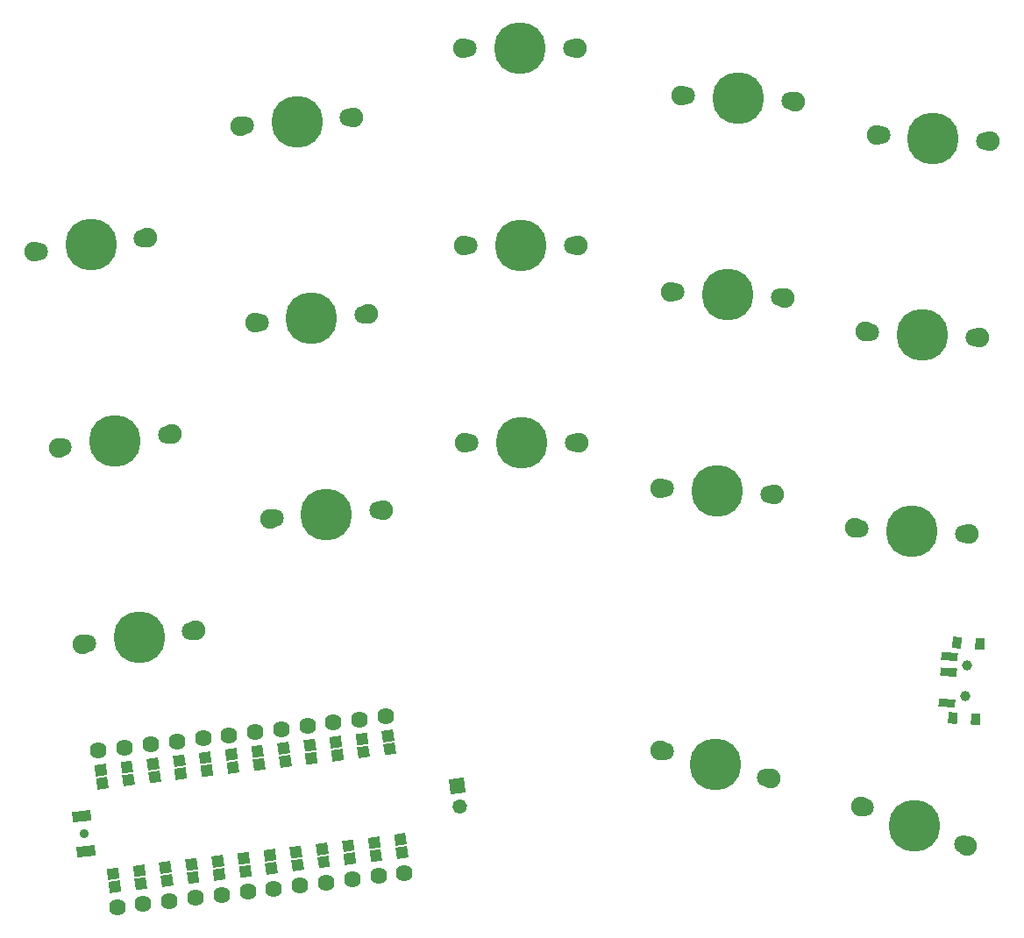
<source format=gts>
G04 #@! TF.GenerationSoftware,KiCad,Pcbnew,5.1.10*
G04 #@! TF.CreationDate,2021-11-21T00:27:54-06:00*
G04 #@! TF.ProjectId,a_quax_quax,615f7175-6178-45f7-9175-61782e6b6963,VERSION_HERE*
G04 #@! TF.SameCoordinates,Original*
G04 #@! TF.FileFunction,Soldermask,Top*
G04 #@! TF.FilePolarity,Negative*
%FSLAX46Y46*%
G04 Gerber Fmt 4.6, Leading zero omitted, Abs format (unit mm)*
G04 Created by KiCad (PCBNEW 5.1.10) date 2021-11-21 00:27:54*
%MOMM*%
%LPD*%
G01*
G04 APERTURE LIST*
%ADD10C,0.100000*%
%ADD11C,1.624000*%
%ADD12C,5.000000*%
%ADD13C,1.900000*%
%ADD14C,1.800000*%
%ADD15C,0.900000*%
%ADD16C,1.000000*%
G04 APERTURE END LIST*
D10*
G04 #@! TO.C,C1*
G36*
X203163654Y-146643479D02*
G01*
X202071392Y-146773723D01*
X201941148Y-145681461D01*
X203033410Y-145551217D01*
X203163654Y-146643479D01*
G37*
G36*
X201818585Y-135363391D02*
G01*
X200726323Y-135493635D01*
X200596079Y-134401373D01*
X201688341Y-134271129D01*
X201818585Y-135363391D01*
G37*
G36*
X190402619Y-146886143D02*
G01*
X189310357Y-147016387D01*
X189180113Y-145924125D01*
X190272375Y-145793881D01*
X190402619Y-146886143D01*
G37*
G36*
X214579620Y-135120726D02*
G01*
X213487358Y-135250970D01*
X213357114Y-134158708D01*
X214449376Y-134028464D01*
X214579620Y-135120726D01*
G37*
G36*
X218296449Y-144839002D02*
G01*
X217204187Y-144969246D01*
X217073943Y-143876984D01*
X218166205Y-143746740D01*
X218296449Y-144839002D01*
G37*
G36*
X205685787Y-146342733D02*
G01*
X204593525Y-146472977D01*
X204463281Y-145380715D01*
X205555543Y-145250471D01*
X205685787Y-146342733D01*
G37*
G36*
X197969017Y-145983905D02*
G01*
X196876755Y-146114149D01*
X196746511Y-145021887D01*
X197838773Y-144891643D01*
X197969017Y-145983905D01*
G37*
G36*
X196774321Y-135964883D02*
G01*
X195682059Y-136095127D01*
X195551815Y-135002865D01*
X196644077Y-134872621D01*
X196774321Y-135964883D01*
G37*
G36*
X209384983Y-134461152D02*
G01*
X208292721Y-134591396D01*
X208162477Y-133499134D01*
X209254739Y-133368890D01*
X209384983Y-134461152D01*
G37*
G36*
X216951380Y-133558914D02*
G01*
X215859118Y-133689158D01*
X215728874Y-132596896D01*
X216821136Y-132466652D01*
X216951380Y-133558914D01*
G37*
G36*
X199446826Y-136925203D02*
G01*
X198354564Y-137055447D01*
X198224320Y-135963185D01*
X199316582Y-135832941D01*
X199446826Y-136925203D01*
G37*
G36*
X215623943Y-143878682D02*
G01*
X214531681Y-144008926D01*
X214401437Y-142916664D01*
X215493699Y-142786420D01*
X215623943Y-143878682D01*
G37*
G36*
X199296453Y-135664137D02*
G01*
X198204191Y-135794381D01*
X198073947Y-134702119D01*
X199166209Y-134571875D01*
X199296453Y-135664137D01*
G37*
G36*
X198119390Y-147244971D02*
G01*
X197027128Y-147375215D01*
X196896884Y-146282953D01*
X197989146Y-146152709D01*
X198119390Y-147244971D01*
G37*
G36*
X195597257Y-147545717D02*
G01*
X194504995Y-147675961D01*
X194374751Y-146583699D01*
X195467013Y-146453455D01*
X195597257Y-147545717D01*
G37*
G36*
X191730056Y-136566375D02*
G01*
X190637794Y-136696619D01*
X190507550Y-135604357D01*
X191599812Y-135474113D01*
X191730056Y-136566375D01*
G37*
G36*
X192924752Y-146585397D02*
G01*
X191832490Y-146715641D01*
X191702246Y-145623379D01*
X192794508Y-145493135D01*
X192924752Y-146585397D01*
G37*
G36*
X194252188Y-136265629D02*
G01*
X193159926Y-136395873D01*
X193029682Y-135303611D01*
X194121944Y-135173367D01*
X194252188Y-136265629D01*
G37*
G36*
X204340718Y-135062645D02*
G01*
X203248456Y-135192889D01*
X203118212Y-134100627D01*
X204210474Y-133970383D01*
X204340718Y-135062645D01*
G37*
G36*
X211907115Y-134160406D02*
G01*
X210814853Y-134290650D01*
X210684609Y-133198388D01*
X211776871Y-133068144D01*
X211907115Y-134160406D01*
G37*
G36*
X205535414Y-145081667D02*
G01*
X204443152Y-145211911D01*
X204312908Y-144119649D01*
X205405170Y-143989405D01*
X205535414Y-145081667D01*
G37*
G36*
X196924694Y-137225949D02*
G01*
X195832432Y-137356193D01*
X195702188Y-136263931D01*
X196794450Y-136133687D01*
X196924694Y-137225949D01*
G37*
G36*
X213252184Y-145440494D02*
G01*
X212159922Y-145570738D01*
X212029678Y-144478476D01*
X213121940Y-144348232D01*
X213252184Y-145440494D01*
G37*
G36*
X217101753Y-134819980D02*
G01*
X216009491Y-134950224D01*
X215879247Y-133857962D01*
X216971509Y-133727718D01*
X217101753Y-134819980D01*
G37*
G36*
X201968958Y-136624457D02*
G01*
X200876696Y-136754701D01*
X200746452Y-135662439D01*
X201838714Y-135532195D01*
X201968958Y-136624457D01*
G37*
G36*
X207013223Y-136022965D02*
G01*
X205920961Y-136153209D01*
X205790717Y-135060947D01*
X206882979Y-134930703D01*
X207013223Y-136022965D01*
G37*
G36*
X206862850Y-134761898D02*
G01*
X205770588Y-134892142D01*
X205640344Y-133799880D01*
X206732606Y-133669636D01*
X206862850Y-134761898D01*
G37*
G36*
X213101811Y-144179428D02*
G01*
X212009549Y-144309672D01*
X211879305Y-143217410D01*
X212971567Y-143087166D01*
X213101811Y-144179428D01*
G37*
G36*
X189207923Y-136867121D02*
G01*
X188115661Y-136997365D01*
X187985417Y-135905103D01*
X189077679Y-135774859D01*
X189207923Y-136867121D01*
G37*
G36*
X209535356Y-135722219D02*
G01*
X208443094Y-135852463D01*
X208312850Y-134760201D01*
X209405112Y-134629957D01*
X209535356Y-135722219D01*
G37*
G36*
X204491091Y-136323711D02*
G01*
X203398829Y-136453955D01*
X203268585Y-135361693D01*
X204360847Y-135231449D01*
X204491091Y-136323711D01*
G37*
G36*
X189358296Y-138128187D02*
G01*
X188266034Y-138258431D01*
X188135790Y-137166169D01*
X189228052Y-137035925D01*
X189358296Y-138128187D01*
G37*
G36*
X218146076Y-143577936D02*
G01*
X217053814Y-143708180D01*
X216923570Y-142615918D01*
X218015832Y-142485674D01*
X218146076Y-143577936D01*
G37*
G36*
X200641522Y-146944225D02*
G01*
X199549260Y-147074469D01*
X199419016Y-145982207D01*
X200511278Y-145851963D01*
X200641522Y-146944225D01*
G37*
G36*
X194402561Y-137526695D02*
G01*
X193310299Y-137656939D01*
X193180055Y-136564677D01*
X194272317Y-136434433D01*
X194402561Y-137526695D01*
G37*
G36*
X212057488Y-135421472D02*
G01*
X210965226Y-135551716D01*
X210834982Y-134459454D01*
X211927244Y-134329210D01*
X212057488Y-135421472D01*
G37*
G36*
X210579679Y-144480174D02*
G01*
X209487417Y-144610418D01*
X209357173Y-143518156D01*
X210449435Y-143387912D01*
X210579679Y-144480174D01*
G37*
G36*
X193075125Y-147846463D02*
G01*
X191982863Y-147976707D01*
X191852619Y-146884445D01*
X192944881Y-146754201D01*
X193075125Y-147846463D01*
G37*
G36*
X190552993Y-148147209D02*
G01*
X189460731Y-148277453D01*
X189330487Y-147185191D01*
X190422749Y-147054947D01*
X190552993Y-148147209D01*
G37*
G36*
X203013281Y-145382413D02*
G01*
X201921019Y-145512657D01*
X201790775Y-144420395D01*
X202883037Y-144290151D01*
X203013281Y-145382413D01*
G37*
G36*
X191880429Y-137827441D02*
G01*
X190788167Y-137957685D01*
X190657923Y-136865423D01*
X191750185Y-136735179D01*
X191880429Y-137827441D01*
G37*
G36*
X215774316Y-145139748D02*
G01*
X214682054Y-145269992D01*
X214551810Y-144177730D01*
X215644072Y-144047486D01*
X215774316Y-145139748D01*
G37*
G36*
X208057546Y-144780920D02*
G01*
X206965284Y-144911164D01*
X206835040Y-143818902D01*
X207927302Y-143688658D01*
X208057546Y-144780920D01*
G37*
G36*
X210730052Y-145741241D02*
G01*
X209637790Y-145871485D01*
X209507546Y-144779223D01*
X210599808Y-144648979D01*
X210730052Y-145741241D01*
G37*
G36*
X208207919Y-146041987D02*
G01*
X207115657Y-146172231D01*
X206985413Y-145079969D01*
X208077675Y-144949725D01*
X208207919Y-146041987D01*
G37*
G36*
X195446884Y-146284651D02*
G01*
X194354622Y-146414895D01*
X194224378Y-145322633D01*
X195316640Y-145192389D01*
X195446884Y-146284651D01*
G37*
G36*
X200491149Y-145683159D02*
G01*
X199398887Y-145813403D01*
X199268643Y-144721141D01*
X200360905Y-144590897D01*
X200491149Y-145683159D01*
G37*
G36*
X214429247Y-133859660D02*
G01*
X213336985Y-133989904D01*
X213206741Y-132897642D01*
X214299003Y-132767398D01*
X214429247Y-133859660D01*
G37*
G36*
X204340718Y-135062645D02*
G01*
X203248456Y-135192889D01*
X203118212Y-134100627D01*
X204210474Y-133970383D01*
X204340718Y-135062645D01*
G37*
G36*
X205685787Y-146342733D02*
G01*
X204593525Y-146472977D01*
X204463281Y-145380715D01*
X205555543Y-145250471D01*
X205685787Y-146342733D01*
G37*
G36*
X204491091Y-136323711D02*
G01*
X203398829Y-136453955D01*
X203268585Y-135361693D01*
X204360847Y-135231449D01*
X204491091Y-136323711D01*
G37*
G36*
X205535414Y-145081667D02*
G01*
X204443152Y-145211911D01*
X204312908Y-144119649D01*
X205405170Y-143989405D01*
X205535414Y-145081667D01*
G37*
G36*
X206862850Y-134761898D02*
G01*
X205770588Y-134892142D01*
X205640344Y-133799880D01*
X206732606Y-133669636D01*
X206862850Y-134761898D01*
G37*
G36*
X208207919Y-146041987D02*
G01*
X207115657Y-146172231D01*
X206985413Y-145079969D01*
X208077675Y-144949725D01*
X208207919Y-146041987D01*
G37*
G36*
X207013223Y-136022965D02*
G01*
X205920961Y-136153209D01*
X205790717Y-135060947D01*
X206882979Y-134930703D01*
X207013223Y-136022965D01*
G37*
G36*
X208057546Y-144780920D02*
G01*
X206965284Y-144911164D01*
X206835040Y-143818902D01*
X207927302Y-143688658D01*
X208057546Y-144780920D01*
G37*
G36*
X209384983Y-134461152D02*
G01*
X208292721Y-134591396D01*
X208162477Y-133499134D01*
X209254739Y-133368890D01*
X209384983Y-134461152D01*
G37*
G36*
X210730052Y-145741241D02*
G01*
X209637790Y-145871485D01*
X209507546Y-144779223D01*
X210599808Y-144648979D01*
X210730052Y-145741241D01*
G37*
G36*
X209535356Y-135722219D02*
G01*
X208443094Y-135852463D01*
X208312850Y-134760201D01*
X209405112Y-134629957D01*
X209535356Y-135722219D01*
G37*
G36*
X210579679Y-144480174D02*
G01*
X209487417Y-144610418D01*
X209357173Y-143518156D01*
X210449435Y-143387912D01*
X210579679Y-144480174D01*
G37*
G36*
X211907115Y-134160406D02*
G01*
X210814853Y-134290650D01*
X210684609Y-133198388D01*
X211776871Y-133068144D01*
X211907115Y-134160406D01*
G37*
G36*
X213252184Y-145440494D02*
G01*
X212159922Y-145570738D01*
X212029678Y-144478476D01*
X213121940Y-144348232D01*
X213252184Y-145440494D01*
G37*
G36*
X212057488Y-135421472D02*
G01*
X210965226Y-135551716D01*
X210834982Y-134459454D01*
X211927244Y-134329210D01*
X212057488Y-135421472D01*
G37*
G36*
X213101811Y-144179428D02*
G01*
X212009549Y-144309672D01*
X211879305Y-143217410D01*
X212971567Y-143087166D01*
X213101811Y-144179428D01*
G37*
G36*
X214429247Y-133859660D02*
G01*
X213336985Y-133989904D01*
X213206741Y-132897642D01*
X214299003Y-132767398D01*
X214429247Y-133859660D01*
G37*
G36*
X215774316Y-145139748D02*
G01*
X214682054Y-145269992D01*
X214551810Y-144177730D01*
X215644072Y-144047486D01*
X215774316Y-145139748D01*
G37*
G36*
X214579620Y-135120726D02*
G01*
X213487358Y-135250970D01*
X213357114Y-134158708D01*
X214449376Y-134028464D01*
X214579620Y-135120726D01*
G37*
G36*
X215623943Y-143878682D02*
G01*
X214531681Y-144008926D01*
X214401437Y-142916664D01*
X215493699Y-142786420D01*
X215623943Y-143878682D01*
G37*
G36*
X216951380Y-133558914D02*
G01*
X215859118Y-133689158D01*
X215728874Y-132596896D01*
X216821136Y-132466652D01*
X216951380Y-133558914D01*
G37*
G36*
X218296449Y-144839002D02*
G01*
X217204187Y-144969246D01*
X217073943Y-143876984D01*
X218166205Y-143746740D01*
X218296449Y-144839002D01*
G37*
G36*
X217101753Y-134819980D02*
G01*
X216009491Y-134950224D01*
X215879247Y-133857962D01*
X216971509Y-133727718D01*
X217101753Y-134819980D01*
G37*
G36*
X218146076Y-143577936D02*
G01*
X217053814Y-143708180D01*
X216923570Y-142615918D01*
X218015832Y-142485674D01*
X218146076Y-143577936D01*
G37*
G36*
X201818585Y-135363391D02*
G01*
X200726323Y-135493635D01*
X200596079Y-134401373D01*
X201688341Y-134271129D01*
X201818585Y-135363391D01*
G37*
G36*
X203163654Y-146643479D02*
G01*
X202071392Y-146773723D01*
X201941148Y-145681461D01*
X203033410Y-145551217D01*
X203163654Y-146643479D01*
G37*
G36*
X201968958Y-136624457D02*
G01*
X200876696Y-136754701D01*
X200746452Y-135662439D01*
X201838714Y-135532195D01*
X201968958Y-136624457D01*
G37*
G36*
X203013281Y-145382413D02*
G01*
X201921019Y-145512657D01*
X201790775Y-144420395D01*
X202883037Y-144290151D01*
X203013281Y-145382413D01*
G37*
G36*
X199296453Y-135664137D02*
G01*
X198204191Y-135794381D01*
X198073947Y-134702119D01*
X199166209Y-134571875D01*
X199296453Y-135664137D01*
G37*
G36*
X200641522Y-146944225D02*
G01*
X199549260Y-147074469D01*
X199419016Y-145982207D01*
X200511278Y-145851963D01*
X200641522Y-146944225D01*
G37*
G36*
X199446826Y-136925203D02*
G01*
X198354564Y-137055447D01*
X198224320Y-135963185D01*
X199316582Y-135832941D01*
X199446826Y-136925203D01*
G37*
G36*
X200491149Y-145683159D02*
G01*
X199398887Y-145813403D01*
X199268643Y-144721141D01*
X200360905Y-144590897D01*
X200491149Y-145683159D01*
G37*
G36*
X196774321Y-135964883D02*
G01*
X195682059Y-136095127D01*
X195551815Y-135002865D01*
X196644077Y-134872621D01*
X196774321Y-135964883D01*
G37*
G36*
X198119390Y-147244971D02*
G01*
X197027128Y-147375215D01*
X196896884Y-146282953D01*
X197989146Y-146152709D01*
X198119390Y-147244971D01*
G37*
G36*
X196924694Y-137225949D02*
G01*
X195832432Y-137356193D01*
X195702188Y-136263931D01*
X196794450Y-136133687D01*
X196924694Y-137225949D01*
G37*
G36*
X197969017Y-145983905D02*
G01*
X196876755Y-146114149D01*
X196746511Y-145021887D01*
X197838773Y-144891643D01*
X197969017Y-145983905D01*
G37*
G36*
X194252188Y-136265629D02*
G01*
X193159926Y-136395873D01*
X193029682Y-135303611D01*
X194121944Y-135173367D01*
X194252188Y-136265629D01*
G37*
G36*
X195597257Y-147545717D02*
G01*
X194504995Y-147675961D01*
X194374751Y-146583699D01*
X195467013Y-146453455D01*
X195597257Y-147545717D01*
G37*
G36*
X194402561Y-137526695D02*
G01*
X193310299Y-137656939D01*
X193180055Y-136564677D01*
X194272317Y-136434433D01*
X194402561Y-137526695D01*
G37*
G36*
X195446884Y-146284651D02*
G01*
X194354622Y-146414895D01*
X194224378Y-145322633D01*
X195316640Y-145192389D01*
X195446884Y-146284651D01*
G37*
G36*
X191730056Y-136566375D02*
G01*
X190637794Y-136696619D01*
X190507550Y-135604357D01*
X191599812Y-135474113D01*
X191730056Y-136566375D01*
G37*
G36*
X193075125Y-147846463D02*
G01*
X191982863Y-147976707D01*
X191852619Y-146884445D01*
X192944881Y-146754201D01*
X193075125Y-147846463D01*
G37*
G36*
X191880429Y-137827441D02*
G01*
X190788167Y-137957685D01*
X190657923Y-136865423D01*
X191750185Y-136735179D01*
X191880429Y-137827441D01*
G37*
G36*
X192924752Y-146585397D02*
G01*
X191832490Y-146715641D01*
X191702246Y-145623379D01*
X192794508Y-145493135D01*
X192924752Y-146585397D01*
G37*
G36*
X189358296Y-138128187D02*
G01*
X188266034Y-138258431D01*
X188135790Y-137166169D01*
X189228052Y-137035925D01*
X189358296Y-138128187D01*
G37*
G36*
X189207923Y-136867121D02*
G01*
X188115661Y-136997365D01*
X187985417Y-135905103D01*
X189077679Y-135774859D01*
X189207923Y-136867121D01*
G37*
G36*
X190402619Y-146886143D02*
G01*
X189310357Y-147016387D01*
X189180113Y-145924125D01*
X190272375Y-145793881D01*
X190402619Y-146886143D01*
G37*
G36*
X190552993Y-148147209D02*
G01*
X189460731Y-148277453D01*
X189330487Y-147185191D01*
X190422749Y-147054947D01*
X190552993Y-148147209D01*
G37*
D11*
X188374497Y-134522912D03*
X190896630Y-134222165D03*
X193418762Y-133921419D03*
X195940894Y-133620673D03*
X198463027Y-133319927D03*
X200985159Y-133019181D03*
X203507292Y-132718435D03*
X206029424Y-132417689D03*
X208551556Y-132116943D03*
X211073689Y-131816197D03*
X213595821Y-131515451D03*
X216117954Y-131214705D03*
X217920062Y-146327640D03*
X215397930Y-146628386D03*
X212875797Y-146929132D03*
X210353665Y-147229878D03*
X207831532Y-147530624D03*
X205309400Y-147831370D03*
X202787268Y-148132116D03*
X200265135Y-148432862D03*
X197743003Y-148733608D03*
X195220870Y-149034354D03*
X192698738Y-149335100D03*
X190176606Y-149635847D03*
G04 #@! TD*
D12*
G04 #@! TO.C,S6*
X187623354Y-85663411D03*
D13*
X182164350Y-86333692D03*
X193082358Y-84993130D03*
D14*
X192665488Y-85044315D03*
X182581220Y-86282507D03*
G04 #@! TD*
D12*
G04 #@! TO.C,S4*
X189953984Y-104613181D03*
D13*
X184494980Y-105283462D03*
X195412988Y-103942900D03*
D14*
X194996118Y-103994085D03*
X184911850Y-105232277D03*
G04 #@! TD*
D12*
G04 #@! TO.C,S16*
X229130751Y-85711276D03*
D13*
X223630826Y-85740074D03*
X234630676Y-85682478D03*
D14*
X234210681Y-85684677D03*
X224050821Y-85737875D03*
G04 #@! TD*
D12*
G04 #@! TO.C,S34*
X267135843Y-141797675D03*
D13*
X261984146Y-139871534D03*
X272287540Y-143723816D03*
D14*
X271894138Y-143576728D03*
X262377548Y-140018622D03*
G04 #@! TD*
D12*
G04 #@! TO.C,S28*
X267955486Y-94335381D03*
D13*
X262463534Y-94037948D03*
X273447438Y-94632814D03*
D14*
X273028052Y-94610101D03*
X262882920Y-94060661D03*
G04 #@! TD*
D12*
G04 #@! TO.C,S32*
X247961989Y-135833885D03*
D13*
X242632402Y-134475390D03*
X253291576Y-137192380D03*
D14*
X252884589Y-137088640D03*
X243039389Y-134579130D03*
G04 #@! TD*
D12*
G04 #@! TO.C,S24*
X250164026Y-71506464D03*
D13*
X244672074Y-71209031D03*
X255655978Y-71803897D03*
D14*
X255236592Y-71781184D03*
X245091460Y-71231744D03*
G04 #@! TD*
D12*
G04 #@! TO.C,S18*
X229026922Y-66659590D03*
D13*
X223526997Y-66688388D03*
X234526847Y-66630792D03*
D14*
X234106852Y-66632991D03*
X223946992Y-66686189D03*
G04 #@! TD*
D12*
G04 #@! TO.C,S26*
X266928037Y-113307568D03*
D13*
X261436085Y-113010135D03*
X272419989Y-113605001D03*
D14*
X272000603Y-113582288D03*
X261855471Y-113032848D03*
G04 #@! TD*
D12*
G04 #@! TO.C,S20*
X248109028Y-109450938D03*
D13*
X242617076Y-109153505D03*
X253600980Y-109748371D03*
D14*
X253181594Y-109725658D03*
X243036462Y-109176218D03*
G04 #@! TD*
D12*
G04 #@! TO.C,S22*
X249136579Y-90478749D03*
D13*
X243644627Y-90181316D03*
X254628531Y-90776182D03*
D14*
X254209145Y-90753469D03*
X244064013Y-90204029D03*
G04 #@! TD*
D12*
G04 #@! TO.C,S30*
X268983038Y-75363192D03*
D13*
X263491086Y-75065759D03*
X274474990Y-75660625D03*
D14*
X274055604Y-75637912D03*
X263910472Y-75088472D03*
G04 #@! TD*
D12*
G04 #@! TO.C,S10*
X208951660Y-92750712D03*
D13*
X203467142Y-93163095D03*
X214436178Y-92338329D03*
D14*
X214017360Y-92369820D03*
X203885960Y-93131604D03*
G04 #@! TD*
D12*
G04 #@! TO.C,S14*
X229234584Y-104762962D03*
D13*
X223734659Y-104791760D03*
X234734509Y-104734164D03*
D14*
X234314514Y-104736363D03*
X224154654Y-104789561D03*
G04 #@! TD*
D12*
G04 #@! TO.C,S12*
X207526890Y-73764969D03*
D13*
X202042372Y-74177352D03*
X213011408Y-73352586D03*
D14*
X212592590Y-73384077D03*
X202461190Y-74145861D03*
G04 #@! TD*
D12*
G04 #@! TO.C,S2*
X192284614Y-123562946D03*
D13*
X186825610Y-124233227D03*
X197743618Y-122892665D03*
D14*
X197326748Y-122943850D03*
X187242480Y-124182042D03*
G04 #@! TD*
D12*
G04 #@! TO.C,S8*
X210389431Y-111692184D03*
D13*
X204904913Y-112104567D03*
X215873949Y-111279801D03*
D14*
X215455131Y-111311292D03*
X205323731Y-112073076D03*
G04 #@! TD*
D15*
G04 #@! TO.C,RST*
X186959143Y-142526579D03*
G04 #@! TD*
D16*
G04 #@! TO.C,REF\u002A\u002A*
X272102232Y-129266280D03*
X272264468Y-126270670D03*
G04 #@! TD*
G04 #@! TO.C,BAT*
G36*
G01*
X222532525Y-139994614D02*
X222532525Y-139994614D01*
G75*
G02*
X223165175Y-139187766I719749J87099D01*
G01*
X223165175Y-139187766D01*
G75*
G02*
X223972023Y-139820416I87099J-719749D01*
G01*
X223972023Y-139820416D01*
G75*
G02*
X223339373Y-140627264I-719749J-87099D01*
G01*
X223339373Y-140627264D01*
G75*
G02*
X222532525Y-139994614I-87099J719749D01*
G01*
G37*
G36*
G01*
X222373343Y-138679211D02*
X222211158Y-137338988D01*
G75*
G02*
X222254789Y-137283343I49638J6007D01*
G01*
X223595012Y-137121158D01*
G75*
G02*
X223650657Y-137164789I6007J-49638D01*
G01*
X223812842Y-138505012D01*
G75*
G02*
X223769211Y-138560657I-49638J-6007D01*
G01*
X222428988Y-138722842D01*
G75*
G02*
X222373343Y-138679211I-6007J49638D01*
G01*
G37*
G04 #@! TD*
G04 #@! TO.C,REF\u002A\u002A*
G36*
G01*
X271247258Y-131923933D02*
X270448429Y-131880670D01*
G75*
G02*
X270401206Y-131828039I2704J49927D01*
G01*
X270455285Y-130829502D01*
G75*
G02*
X270507916Y-130782279I49927J-2704D01*
G01*
X271306745Y-130825542D01*
G75*
G02*
X271353968Y-130878173I-2704J-49927D01*
G01*
X271299889Y-131876710D01*
G75*
G02*
X271247258Y-131923933I-49927J2704D01*
G01*
G37*
G36*
G01*
X271642033Y-124634616D02*
X270843204Y-124591353D01*
G75*
G02*
X270795981Y-124538722I2704J49927D01*
G01*
X270850060Y-123540185D01*
G75*
G02*
X270902691Y-123492962I49927J-2704D01*
G01*
X271701520Y-123536225D01*
G75*
G02*
X271748743Y-123588856I-2704J-49927D01*
G01*
X271694664Y-124587393D01*
G75*
G02*
X271642033Y-124634616I-49927J2704D01*
G01*
G37*
G36*
G01*
X273848799Y-124754130D02*
X273049970Y-124710867D01*
G75*
G02*
X273002747Y-124658236I2704J49927D01*
G01*
X273056826Y-123659699D01*
G75*
G02*
X273109457Y-123612476I49927J-2704D01*
G01*
X273908286Y-123655739D01*
G75*
G02*
X273955509Y-123708370I-2704J-49927D01*
G01*
X273901430Y-124706907D01*
G75*
G02*
X273848799Y-124754130I-49927J2704D01*
G01*
G37*
G36*
G01*
X273454024Y-132043448D02*
X272655195Y-132000185D01*
G75*
G02*
X272607972Y-131947554I2704J49927D01*
G01*
X272662051Y-130949017D01*
G75*
G02*
X272714682Y-130901794I49927J-2704D01*
G01*
X273513511Y-130945057D01*
G75*
G02*
X273560734Y-130997688I-2704J-49927D01*
G01*
X273506655Y-131996225D01*
G75*
G02*
X273454024Y-132043448I-49927J2704D01*
G01*
G37*
G36*
G01*
X271274874Y-125866563D02*
X269777069Y-125785445D01*
G75*
G02*
X269729846Y-125732814I2704J49927D01*
G01*
X269767701Y-125033838D01*
G75*
G02*
X269820332Y-124986615I49927J-2704D01*
G01*
X271318137Y-125067733D01*
G75*
G02*
X271365360Y-125120364I-2704J-49927D01*
G01*
X271327505Y-125819340D01*
G75*
G02*
X271274874Y-125866563I-49927J2704D01*
G01*
G37*
G36*
G01*
X271193756Y-127364368D02*
X269695951Y-127283250D01*
G75*
G02*
X269648728Y-127230619I2704J49927D01*
G01*
X269686583Y-126531643D01*
G75*
G02*
X269739214Y-126484420I49927J-2704D01*
G01*
X271237019Y-126565538D01*
G75*
G02*
X271284242Y-126618169I-2704J-49927D01*
G01*
X271246387Y-127317145D01*
G75*
G02*
X271193756Y-127364368I-49927J2704D01*
G01*
G37*
G36*
G01*
X271031519Y-130359978D02*
X269533714Y-130278860D01*
G75*
G02*
X269486491Y-130226229I2704J49927D01*
G01*
X269524346Y-129527253D01*
G75*
G02*
X269576977Y-129480030I49927J-2704D01*
G01*
X271074782Y-129561148D01*
G75*
G02*
X271122005Y-129613779I-2704J-49927D01*
G01*
X271084150Y-130312755D01*
G75*
G02*
X271031519Y-130359978I-49927J2704D01*
G01*
G37*
X272264468Y-126270670D03*
X272102232Y-129266280D03*
G04 #@! TD*
D15*
G04 #@! TO.C,RST*
X186959143Y-142526579D03*
G36*
G01*
X187656563Y-141231935D02*
X185969235Y-141439113D01*
G75*
G02*
X185913515Y-141395579I-6093J49627D01*
G01*
X185803833Y-140502287D01*
G75*
G02*
X185847367Y-140446567I49627J6093D01*
G01*
X187534695Y-140239389D01*
G75*
G02*
X187590415Y-140282923I6093J-49627D01*
G01*
X187700097Y-141176215D01*
G75*
G02*
X187656563Y-141231935I-49627J-6093D01*
G01*
G37*
G36*
G01*
X188070919Y-144606591D02*
X186383591Y-144813769D01*
G75*
G02*
X186327871Y-144770235I-6093J49627D01*
G01*
X186218189Y-143876943D01*
G75*
G02*
X186261723Y-143821223I49627J6093D01*
G01*
X187949051Y-143614045D01*
G75*
G02*
X188004771Y-143657579I6093J-49627D01*
G01*
X188114453Y-144550871D01*
G75*
G02*
X188070919Y-144606591I-49627J-6093D01*
G01*
G37*
G04 #@! TD*
M02*

</source>
